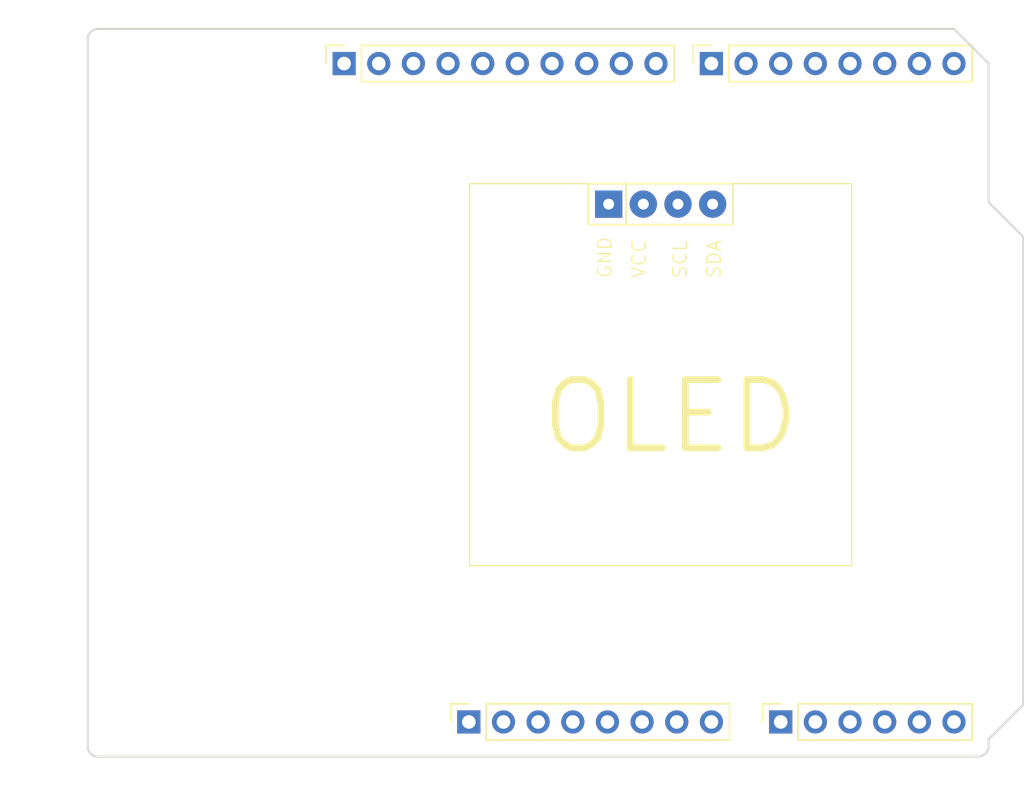
<source format=kicad_pcb>
(kicad_pcb (version 20241229) (generator "pcbnew") (generator_version "9.0")
  (title_block (date "mar. 31 mars 2015"))
  (layers (0 "F.Cu" signal) (2 "B.Cu" signal) (13 "F.Paste" user) (15 "B.Paste" user) (5 "F.SilkS" user "F.Silkscreen") (7 "B.SilkS" user "B.Silkscreen") (1 "F.Mask" user) (3 "B.Mask" user) (25 "Edge.Cuts" user))
  (net 0 "")
  (net 1 "GND")
  (net 3 "+5V")
  (net 4 "/IOREF")
  (net 5 "/A0")
  (net 6 "/A1")
  (net 7 "/A2")
  (net 8 "/A3")
  (net 9 "/SDA{slash}A4")
  (net 10 "/SCL{slash}A5")
  (net 11 "/13")
  (net 12 "/12")
  (net 13 "/AREF")
  (net 14 "/8")
  (net 15 "/7")
  (net 16 "/*11")
  (net 17 "/*10")
  (net 18 "/*9")
  (net 19 "/4")
  (net 20 "/2")
  (net 21 "/*6")
  (net 22 "/*5")
  (net 23 "/TX{slash}1")
  (net 24 "/*3")
  (net 25 "/RX{slash}0")
  (net 26 "+3V3")
  (net 27 "VCC")
  (net 28 "/~{RESET}")
  (footprint "Connector_PinSocket_2.54mm:PinSocket_1x08_P2.54mm_Vertical" (layer "F.Cu") (at 127.94 97.46 90)
    (property "Reference" "J1" (hide yes))
    (property "Value" "Power")
    (fp_line (start 1.33 -1.33) (end 1.33 0) (stroke (width 0.12)) (layer "F.SilkS"))
    (fp_line (start 0 -1.33) (end 1.33 -1.33) (stroke (width 0.12)) (layer "F.SilkS"))
    (fp_line (start 1.33 1.27) (end 1.33 19.11) (stroke (width 0.12)) (layer "F.SilkS"))
    (fp_line (start -1.33 1.27) (end 1.33 1.27) (stroke (width 0.12)) (layer "F.SilkS"))
    (fp_line (start -1.33 1.27) (end -1.33 19.11) (stroke (width 0.12)) (layer "F.SilkS"))
    (fp_line (start -1.33 19.11) (end 1.33 19.11) (stroke (width 0.12)) (layer "F.SilkS"))
    (pad "1" thru_hole rect (at 0 0 90) (size 1.7 1.7) (drill 1) (layers "*.Cu" "*.Mask"))
    (pad "2" thru_hole oval (at 0 2.54 90) (size 1.7 1.7) (drill 1) (layers "*.Cu" "*.Mask") (net 4 "/IOREF"))
    (pad "3" thru_hole oval (at 0 5.08 90) (size 1.7 1.7) (drill 1) (layers "*.Cu" "*.Mask") (net 28 "/~{RESET}"))
    (pad "4" thru_hole oval (at 0 7.62 90) (size 1.7 1.7) (drill 1) (layers "*.Cu" "*.Mask") (net 26 "+3V3"))
    (pad "5" thru_hole oval (at 0 10.16 90) (size 1.7 1.7) (drill 1) (layers "*.Cu" "*.Mask") (net 3 "+5V"))
    (pad "6" thru_hole oval (at 0 12.7 90) (size 1.7 1.7) (drill 1) (layers "*.Cu" "*.Mask") (net 1 "GND"))
    (pad "7" thru_hole oval (at 0 15.24 90) (size 1.7 1.7) (drill 1) (layers "*.Cu" "*.Mask") (net 1 "GND"))
    (pad "8" thru_hole oval (at 0 17.78 90) (size 1.7 1.7) (drill 1) (layers "*.Cu" "*.Mask") (net 27 "VCC"))
  )
  (footprint "Connector_PinSocket_2.54mm:PinSocket_1x06_P2.54mm_Vertical" (layer "F.Cu") (at 150.8 97.46 90)
    (property "Reference" "J3" (hide yes))
    (property "Value" "Analog")
    (fp_line (start 1.33 -1.33) (end 1.33 0) (stroke (width 0.12)) (layer "F.SilkS"))
    (fp_line (start 0 -1.33) (end 1.33 -1.33) (stroke (width 0.12)) (layer "F.SilkS"))
    (fp_line (start 1.33 1.27) (end 1.33 14.03) (stroke (width 0.12)) (layer "F.SilkS"))
    (fp_line (start -1.33 1.27) (end 1.33 1.27) (stroke (width 0.12)) (layer "F.SilkS"))
    (fp_line (start -1.33 1.27) (end -1.33 14.03) (stroke (width 0.12)) (layer "F.SilkS"))
    (fp_line (start -1.33 14.03) (end 1.33 14.03) (stroke (width 0.12)) (layer "F.SilkS"))
    (pad "1" thru_hole rect (at 0 0 90) (size 1.7 1.7) (drill 1) (layers "*.Cu" "*.Mask") (net 5 "/A0"))
    (pad "2" thru_hole oval (at 0 2.54 90) (size 1.7 1.7) (drill 1) (layers "*.Cu" "*.Mask") (net 6 "/A1"))
    (pad "3" thru_hole oval (at 0 5.08 90) (size 1.7 1.7) (drill 1) (layers "*.Cu" "*.Mask") (net 7 "/A2"))
    (pad "4" thru_hole oval (at 0 7.62 90) (size 1.7 1.7) (drill 1) (layers "*.Cu" "*.Mask") (net 8 "/A3"))
    (pad "5" thru_hole oval (at 0 10.16 90) (size 1.7 1.7) (drill 1) (layers "*.Cu" "*.Mask") (net 9 "/SDA{slash}A4"))
    (pad "6" thru_hole oval (at 0 12.7 90) (size 1.7 1.7) (drill 1) (layers "*.Cu" "*.Mask") (net 10 "/SCL{slash}A5"))
  )
  (footprint "Connector_PinSocket_2.54mm:PinSocket_1x10_P2.54mm_Vertical" (layer "F.Cu") (at 118.796 49.2 90)
    (property "Reference" "J2" (hide yes))
    (property "Value" "Digital/PWM")
    (fp_line (start 1.33 -1.33) (end 1.33 0) (stroke (width 0.12)) (layer "F.SilkS"))
    (fp_line (start 0 -1.33) (end 1.33 -1.33) (stroke (width 0.12)) (layer "F.SilkS"))
    (fp_line (start 1.33 1.27) (end 1.33 24.19) (stroke (width 0.12)) (layer "F.SilkS"))
    (fp_line (start -1.33 1.27) (end 1.33 1.27) (stroke (width 0.12)) (layer "F.SilkS"))
    (fp_line (start -1.33 1.27) (end -1.33 24.19) (stroke (width 0.12)) (layer "F.SilkS"))
    (fp_line (start -1.33 24.19) (end 1.33 24.19) (stroke (width 0.12)) (layer "F.SilkS"))
    (pad "1" thru_hole rect (at 0 0 90) (size 1.7 1.7) (drill 1) (layers "*.Cu" "*.Mask") (net 10 "/SCL{slash}A5"))
    (pad "2" thru_hole oval (at 0 2.54 90) (size 1.7 1.7) (drill 1) (layers "*.Cu" "*.Mask") (net 9 "/SDA{slash}A4"))
    (pad "3" thru_hole oval (at 0 5.08 90) (size 1.7 1.7) (drill 1) (layers "*.Cu" "*.Mask") (net 13 "/AREF"))
    (pad "4" thru_hole oval (at 0 7.62 90) (size 1.7 1.7) (drill 1) (layers "*.Cu" "*.Mask") (net 1 "GND"))
    (pad "5" thru_hole oval (at 0 10.16 90) (size 1.7 1.7) (drill 1) (layers "*.Cu" "*.Mask") (net 11 "/13"))
    (pad "6" thru_hole oval (at 0 12.7 90) (size 1.7 1.7) (drill 1) (layers "*.Cu" "*.Mask") (net 12 "/12"))
    (pad "7" thru_hole oval (at 0 15.24 90) (size 1.7 1.7) (drill 1) (layers "*.Cu" "*.Mask") (net 16 "/*11"))
    (pad "8" thru_hole oval (at 0 17.78 90) (size 1.7 1.7) (drill 1) (layers "*.Cu" "*.Mask") (net 17 "/*10"))
    (pad "9" thru_hole oval (at 0 20.32 90) (size 1.7 1.7) (drill 1) (layers "*.Cu" "*.Mask") (net 18 "/*9"))
    (pad "10" thru_hole oval (at 0 22.86 90) (size 1.7 1.7) (drill 1) (layers "*.Cu" "*.Mask") (net 14 "/8"))
  )
  (footprint "Connector_PinSocket_2.54mm:PinSocket_1x08_P2.54mm_Vertical" (layer "F.Cu") (at 145.72 49.2 90)
    (property "Reference" "J4" (hide yes))
    (property "Value" "Digital/PWM")
    (fp_line (start 1.33 -1.33) (end 1.33 0) (stroke (width 0.12)) (layer "F.SilkS"))
    (fp_line (start 0 -1.33) (end 1.33 -1.33) (stroke (width 0.12)) (layer "F.SilkS"))
    (fp_line (start 1.33 1.27) (end 1.33 19.11) (stroke (width 0.12)) (layer "F.SilkS"))
    (fp_line (start -1.33 1.27) (end 1.33 1.27) (stroke (width 0.12)) (layer "F.SilkS"))
    (fp_line (start -1.33 1.27) (end -1.33 19.11) (stroke (width 0.12)) (layer "F.SilkS"))
    (fp_line (start -1.33 19.11) (end 1.33 19.11) (stroke (width 0.12)) (layer "F.SilkS"))
    (pad "1" thru_hole rect (at 0 0 90) (size 1.7 1.7) (drill 1) (layers "*.Cu" "*.Mask") (net 15 "/7"))
    (pad "2" thru_hole oval (at 0 2.54 90) (size 1.7 1.7) (drill 1) (layers "*.Cu" "*.Mask") (net 21 "/*6"))
    (pad "3" thru_hole oval (at 0 5.08 90) (size 1.7 1.7) (drill 1) (layers "*.Cu" "*.Mask") (net 22 "/*5"))
    (pad "4" thru_hole oval (at 0 7.62 90) (size 1.7 1.7) (drill 1) (layers "*.Cu" "*.Mask") (net 19 "/4"))
    (pad "5" thru_hole oval (at 0 10.16 90) (size 1.7 1.7) (drill 1) (layers "*.Cu" "*.Mask") (net 24 "/*3"))
    (pad "6" thru_hole oval (at 0 12.7 90) (size 1.7 1.7) (drill 1) (layers "*.Cu" "*.Mask") (net 20 "/2"))
    (pad "7" thru_hole oval (at 0 15.24 90) (size 1.7 1.7) (drill 1) (layers "*.Cu" "*.Mask") (net 23 "/TX{slash}1"))
    (pad "8" thru_hole oval (at 0 17.78 90) (size 1.7 1.7) (drill 1) (layers "*.Cu" "*.Mask") (net 25 "/RX{slash}0"))
  )
  (footprint "lib_empreintes:SIP-4" (layer "F.Cu") (at 142 59.505)
    (property "Reference" "OLED1" (hide yes))
    (property "Value" "~")
    (fp_line (start -5.31 -1.5) (end 5.31 -1.5) (stroke (width 0.12)) (layer "F.SilkS"))
    (fp_line (start -5.31 1.5) (end -5.31 -1.5) (stroke (width 0.12)) (layer "F.SilkS"))
    (fp_line (start -2.54 -1.5) (end -2.54 1.5) (stroke (width 0.12)) (layer "F.SilkS"))
    (fp_line (start 5.31 -1.5) (end 5.31 1.5) (stroke (width 0.12)) (layer "F.SilkS"))
    (fp_line (start 5.31 1.5) (end -5.31 1.5) (stroke (width 0.12)) (layer "F.SilkS"))
    (fp_rect (start -14 -1.5) (end 14 26.5) (stroke (width 0.1)) (fill no) (layer "F.SilkS"))
    (fp_text user "VCC" (at -1 5.5 90) (layer "F.SilkS") (effects (font (thickness 0.1)) (justify left bottom)))
    (fp_text user "SCL" (at 2 5.5 90) (layer "F.SilkS") (effects (font (thickness 0.1)) (justify left bottom)))
    (fp_text user "SDA" (at 4.5 5.5 90) (layer "F.SilkS") (effects (font (thickness 0.1)) (justify left bottom)))
    (fp_text user "GND" (at -3.5 5.5 90) (layer "F.SilkS") (effects (font (thickness 0.1)) (justify left bottom)))
    (fp_text user "OLED" (at -9 18.5 0) (layer "F.SilkS") (effects (font (size 5 5) (thickness 0.5)) (justify left bottom)))
    (pad "1" thru_hole rect (at -3.81 0) (size 2 2) (drill 0.8) (layers "*.Cu" "*.Mask"))
    (pad "2" thru_hole circle (at -1.27 0) (size 2 2) (drill 0.8) (layers "*.Cu" "*.Mask"))
    (pad "3" thru_hole circle (at 1.27 0) (size 2 2) (drill 0.8) (layers "*.Cu" "*.Mask"))
    (pad "4" thru_hole circle (at 3.81 0) (size 2 2) (drill 0.8) (layers "*.Cu" "*.Mask"))
  )
  (footprint "Arduino_MountingHole:MountingHole_3.2mm" (layer "F.Cu") (at 115.24 49.2)
    (property "Reference" "MH1" (hide yes))
    (property "Value" "MountingHole_3.2mm" (hide yes))
    (pad "" np_thru_hole circle (at 0 0) (size 3.2 3.2) (drill 3.2) (layers "*.Cu" "*.Mask"))
  )
  (footprint "Arduino_MountingHole:MountingHole_3.2mm" (layer "F.Cu") (at 113.97 97.46)
    (property "Reference" "MH2" (hide yes))
    (property "Value" "MountingHole_3.2mm" (hide yes))
    (pad "" np_thru_hole circle (at 0 0) (size 3.2 3.2) (drill 3.2) (layers "*.Cu" "*.Mask"))
  )
  (footprint "Arduino_MountingHole:MountingHole_3.2mm" (layer "F.Cu") (at 166.04 64.44)
    (property "Reference" "MH3" (hide yes))
    (property "Value" "MountingHole_3.2mm" (hide yes))
    (pad "" np_thru_hole circle (at 0 0) (size 3.2 3.2) (drill 3.2) (layers "*.Cu" "*.Mask"))
  )
  (footprint "Arduino_MountingHole:MountingHole_3.2mm" (layer "F.Cu") (at 166.04 92.38)
    (property "Reference" "MH4" (hide yes))
    (property "Value" "MountingHole_3.2mm" (hide yes))
    (pad "" np_thru_hole circle (at 0 0) (size 3.2 3.2) (drill 3.2) (layers "*.Cu" "*.Mask"))
  )
  (gr_line (start 166.04 59.36) (end 168.58 61.9) (stroke (width 0.15)) (layer "Edge.Cuts"))
  (gr_line (start 100 99.238) (end 100 47.422) (stroke (width 0.15)) (layer "Edge.Cuts"))
  (gr_line (start 168.58 61.9) (end 168.58 96.19) (stroke (width 0.15)) (layer "Edge.Cuts"))
  (gr_line (start 165.278 100) (end 100.762 100) (stroke (width 0.15)) (layer "Edge.Cuts"))
  (gr_line (start 100.762 46.66) (end 163.5 46.66) (stroke (width 0.15)) (layer "Edge.Cuts"))
  (gr_arc (start 100.762 100) (mid 100.223185 99.776815) (end 100 99.238) (stroke (width 0.15)) (layer "Edge.Cuts"))
  (gr_line (start 168.58 96.19) (end 166.04 98.73) (stroke (width 0.15)) (layer "Edge.Cuts"))
  (gr_line (start 163.5 46.66) (end 166.04 49.2) (stroke (width 0.15)) (layer "Edge.Cuts"))
  (gr_arc (start 166.04 99.238) (mid 165.816815 99.776815) (end 165.278 100) (stroke (width 0.15)) (layer "Edge.Cuts"))
  (gr_line (start 166.04 49.2) (end 166.04 59.36) (stroke (width 0.15)) (layer "Edge.Cuts"))
  (gr_line (start 166.04 98.73) (end 166.04 99.238) (stroke (width 0.15)) (layer "Edge.Cuts"))
  (gr_arc (start 100 47.422) (mid 100.223185 46.883185) (end 100.762 46.66) (stroke (width 0.15)) (layer "Edge.Cuts"))
)
</source>
